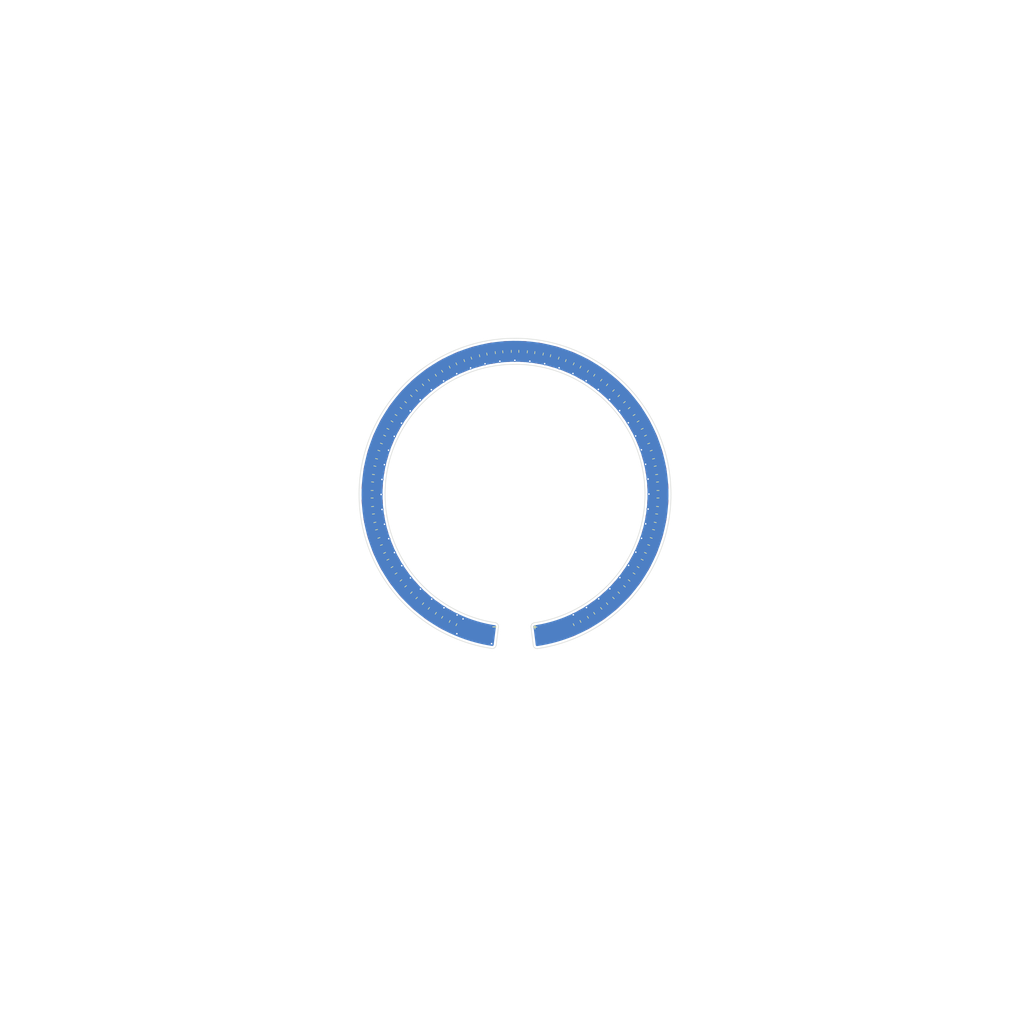
<source format=kicad_pcb>
(kicad_pcb (version 20221018) (generator pcbnew)
  (layers (0 "F.Cu" signal) (31 "B.Cu" signal) (34 "B.Paste" user) (35 "F.Paste" user) (36 "B.SilkS" user "B.Silkscreen") (37 "F.SilkS" user "F.Silkscreen") (38 "B.Mask" user) (39 "F.Mask" user) (44 "Edge.Cuts" user))
  (net 0 "")
  (net 1 "+12V")
  (net 2 "GND")
  (footprint "Resistor_SMD:R_0805_2012Metric_Pad1.20x1.40mm_HandSolder" (layer "F.Cu") (at 94.366765 69.280514 -77.14285714)
    (fp_text reference "R94" hide)
    (fp_text value "3.3k")
    (fp_line (start -0.227064 -0.735) (end 0.227064 -0.735) (stroke (width 0.12)) (layer "F.SilkS"))
    (fp_line (start -0.227064 0.735) (end 0.227064 0.735) (stroke (width 0.12)) (layer "F.SilkS"))
    (pad "1" smd roundrect (at -1 0 282.8571429) (size 1.2 1.4) (layers "F.Cu" "F.Paste" "F.Mask") (roundrect_rratio 0.208333) (net 1 "+12V"))
    (pad "2" smd roundrect (at 1 0 282.8571429) (size 1.2 1.4) (layers "F.Cu" "F.Paste" "F.Mask") (roundrect_rratio 0.208333) (net 2 "GND"))
  )
  (footprint "Resistor_SMD:R_0805_2012Metric_Pad1.20x1.40mm_HandSolder" (layer "F.Cu") (at 80.827437 116.276563 45)
    (fp_text reference "R57" hide)
    (fp_text value "3.3k")
    (fp_line (start -0.227064 -0.735) (end 0.227064 -0.735) (stroke (width 0.12)) (layer "F.SilkS"))
    (fp_line (start -0.227064 0.735) (end 0.227064 0.735) (stroke (width 0.12)) (layer "F.SilkS"))
    (pad "1" smd roundrect (at -1 0 45) (size 1.2 1.4) (layers "F.Cu" "F.Paste" "F.Mask") (roundrect_rratio 0.208333) (net 1 "+12V"))
    (pad "2" smd roundrect (at 1 0 45) (size 1.2 1.4) (layers "F.Cu" "F.Paste" "F.Mask") (roundrect_rratio 0.208333) (net 2 "GND"))
  )
  (footprint "Resistor_SMD:R_0805_2012Metric_Pad1.20x1.40mm_HandSolder" (layer "F.Cu") (at 73.344514 102.737235 12.85714286)
    (fp_text reference "R52" hide)
    (fp_text value "3.3k")
    (fp_line (start -0.227064 -0.735) (end 0.227064 -0.735) (stroke (width 0.12)) (layer "F.SilkS"))
    (fp_line (start -0.227064 0.735) (end 0.227064 0.735) (stroke (width 0.12)) (layer "F.SilkS"))
    (pad "1" smd roundrect (at -1 0 12.85714286) (size 1.2 1.4) (layers "F.Cu" "F.Paste" "F.Mask") (roundrect_rratio 0.208333) (net 1 "+12V"))
    (pad "2" smd roundrect (at 1 0 12.85714286) (size 1.2 1.4) (layers "F.Cu" "F.Paste" "F.Mask") (roundrect_rratio 0.208333) (net 2 "GND"))
  )
  (footprint "Resistor_SMD:R_0805_2012Metric_Pad1.20x1.40mm_HandSolder" (layer "F.Cu") (at 73.344514 90.302765 -12.85714286)
    (fp_text reference "R104" hide)
    (fp_text value "3.3k")
    (fp_line (start -0.227064 -0.735) (end 0.227064 -0.735) (stroke (width 0.12)) (layer "F.SilkS"))
    (fp_line (start -0.227064 0.735) (end 0.227064 0.735) (stroke (width 0.12)) (layer "F.SilkS"))
    (pad "1" smd roundrect (at -1 0 347.1428571) (size 1.2 1.4) (layers "F.Cu" "F.Paste" "F.Mask") (roundrect_rratio 0.208333) (net 1 "+12V"))
    (pad "2" smd roundrect (at 1 0 347.1428571) (size 1.2 1.4) (layers "F.Cu" "F.Paste" "F.Mask") (roundrect_rratio 0.208333) (net 2 "GND"))
  )
  (footprint "Resistor_SMD:R_0805_2012Metric_Pad1.20x1.40mm_HandSolder" (layer "F.Cu") (at 100.584 68.58 -90)
    (fp_text reference "R92" hide)
    (fp_text value "3.3k")
    (fp_line (start -0.227064 -0.735) (end 0.227064 -0.735) (stroke (width 0.12)) (layer "F.SilkS"))
    (fp_line (start -0.227064 0.735) (end 0.227064 0.735) (stroke (width 0.12)) (layer "F.SilkS"))
    (pad "1" smd roundrect (at -1 0 270) (size 1.2 1.4) (layers "F.Cu" "F.Paste" "F.Mask") (roundrect_rratio 0.208333) (net 1 "+12V"))
    (pad "2" smd roundrect (at 1 0 270) (size 1.2 1.4) (layers "F.Cu" "F.Paste" "F.Mask") (roundrect_rratio 0.208333) (net 2 "GND"))
  )
  (footprint "Resistor_SMD:R_0805_2012Metric_Pad1.20x1.40mm_HandSolder" (layer "F.Cu") (at 115.448976 120.177474 122.1428571)
    (fp_text reference "R69" hide)
    (fp_text value "3.3k")
    (fp_line (start -0.227064 -0.735) (end 0.227064 -0.735) (stroke (width 0.12)) (layer "F.SilkS"))
    (fp_line (start -0.227064 0.735) (end 0.227064 0.735) (stroke (width 0.12)) (layer "F.SilkS"))
    (pad "1" smd roundrect (at -1 0 122.1428571) (size 1.2 1.4) (layers "F.Cu" "F.Paste" "F.Mask") (roundrect_rratio 0.208333) (net 1 "+12V"))
    (pad "2" smd roundrect (at 1 0 122.1428571) (size 1.2 1.4) (layers "F.Cu" "F.Paste" "F.Mask") (roundrect_rratio 0.208333) (net 2 "GND"))
  )
  (footprint "Resistor_SMD:R_0805_2012Metric_Pad1.20x1.40mm_HandSolder" (layer "F.Cu") (at 76.926526 111.384976 32.14285714)
    (fp_text reference "R55" hide)
    (fp_text value "3.3k")
    (fp_line (start -0.227064 -0.735) (end 0.227064 -0.735) (stroke (width 0.12)) (layer "F.SilkS"))
    (fp_line (start -0.227064 0.735) (end 0.227064 0.735) (stroke (width 0.12)) (layer "F.SilkS"))
    (pad "1" smd roundrect (at -1 0 32.14285714) (size 1.2 1.4) (layers "F.Cu" "F.Paste" "F.Mask") (roundrect_rratio 0.208333) (net 1 "+12V"))
    (pad "2" smd roundrect (at 1 0 32.14285714) (size 1.2 1.4) (layers "F.Cu" "F.Paste" "F.Mask") (roundrect_rratio 0.208333) (net 2 "GND"))
  )
  (footprint "Resistor_SMD:R_0805_2012Metric_Pad1.20x1.40mm_HandSolder" (layer "F.Cu") (at 78.739628 79.099695 -38.57142857)
    (fp_text reference "R100" hide)
    (fp_text value "3.3k")
    (fp_line (start -0.227064 -0.735) (end 0.227064 -0.735) (stroke (width 0.12)) (layer "F.SilkS"))
    (fp_line (start -0.227064 0.735) (end 0.227064 0.735) (stroke (width 0.12)) (layer "F.SilkS"))
    (pad "1" smd roundrect (at -1 0 321.4285714) (size 1.2 1.4) (layers "F.Cu" "F.Paste" "F.Mask") (roundrect_rratio 0.208333) (net 1 "+12V"))
    (pad "2" smd roundrect (at 1 0 321.4285714) (size 1.2 1.4) (layers "F.Cu" "F.Paste" "F.Mask") (roundrect_rratio 0.208333) (net 2 "GND"))
  )
  (footprint "Resistor_SMD:R_0805_2012Metric_Pad1.20x1.40mm_HandSolder" (layer "F.Cu") (at 127.823486 102.737235 167.1428571)
    (fp_text reference "R76" hide)
    (fp_text value "3.3k")
    (fp_line (start -0.227064 -0.735) (end 0.227064 -0.735) (stroke (width 0.12)) (layer "F.SilkS"))
    (fp_line (start -0.227064 0.735) (end 0.227064 0.735) (stroke (width 0.12)) (layer "F.SilkS"))
    (pad "1" smd roundrect (at -1 0 167.1428571) (size 1.2 1.4) (layers "F.Cu" "F.Paste" "F.Mask") (roundrect_rratio 0.208333) (net 1 "+12V"))
    (pad "2" smd roundrect (at 1 0 167.1428571) (size 1.2 1.4) (layers "F.Cu" "F.Paste" "F.Mask") (roundrect_rratio 0.208333) (net 2 "GND"))
  )
  (footprint "Resistor_SMD:R_0805_2012Metric_Pad1.20x1.40mm_HandSolder" (layer "F.Cu") (at 72.819681 93.391713 -6.428571429)
    (fp_text reference "R105" hide)
    (fp_text value "3.3k")
    (fp_line (start -0.227064 -0.735) (end 0.227064 -0.735) (stroke (width 0.12)) (layer "F.SilkS"))
    (fp_line (start -0.227064 0.735) (end 0.227064 0.735) (stroke (width 0.12)) (layer "F.SilkS"))
    (pad "1" smd roundrect (at -1 0 353.5714286) (size 1.2 1.4) (layers "F.Cu" "F.Paste" "F.Mask") (roundrect_rratio 0.208333) (net 1 "+12V"))
    (pad "2" smd roundrect (at 1 0 353.5714286) (size 1.2 1.4) (layers "F.Cu" "F.Paste" "F.Mask") (roundrect_rratio 0.208333) (net 2 "GND"))
  )
  (footprint "Resistor_SMD:R_0805_2012Metric_Pad1.20x1.40mm_HandSolder" (layer "F.Cu") (at 76.926526 81.655024 -32.14285714)
    (fp_text reference "R101" hide)
    (fp_text value "3.3k")
    (fp_line (start -0.227064 -0.735) (end 0.227064 -0.735) (stroke (width 0.12)) (layer "F.SilkS"))
    (fp_line (start -0.227064 0.735) (end 0.227064 0.735) (stroke (width 0.12)) (layer "F.SilkS"))
    (pad "1" smd roundrect (at -1 0 327.8571429) (size 1.2 1.4) (layers "F.Cu" "F.Paste" "F.Mask") (roundrect_rratio 0.208333) (net 1 "+12V"))
    (pad "2" smd roundrect (at 1 0 327.8571429) (size 1.2 1.4) (layers "F.Cu" "F.Paste" "F.Mask") (roundrect_rratio 0.208333) (net 2 "GND"))
  )
  (footprint "Resistor_SMD:R_0805_2012Metric_Pad1.20x1.40mm_HandSolder" (layer "F.Cu") (at 72.819681 99.648287 6.428571429)
    (fp_text reference "R51" hide)
    (fp_text value "3.3k")
    (fp_line (start -0.227064 -0.735) (end 0.227064 -0.735) (stroke (width 0.12)) (layer "F.SilkS"))
    (fp_line (start -0.227064 0.735) (end 0.227064 0.735) (stroke (width 0.12)) (layer "F.SilkS"))
    (pad "1" smd roundrect (at -1 0 6.428571429) (size 1.2 1.4) (layers "F.Cu" "F.Paste" "F.Mask") (roundrect_rratio 0.208333) (net 1 "+12V"))
    (pad "2" smd roundrect (at 1 0 6.428571429) (size 1.2 1.4) (layers "F.Cu" "F.Paste" "F.Mask") (roundrect_rratio 0.208333) (net 2 "GND"))
  )
  (footprint "" (layer "F.Cu") (at 92.592597 122.807411)
    (fp_text reference "" (at 0 0) (layer "F.SilkS") (effects (font (size 1.27 1.27))))
    (fp_text value "" (at 0 0) (layer "F.SilkS") (effects (font (size 1.27 1.27))))
    (pad "1" smd custom (at 0 0 333) (size 1 1) (layers "F.Cu" "F.Paste" "F.Mask") (net 2 "GND") (options (clearance outline) (anchor rect)) (primitives (gr_arc (start 2.256009 0.015119) (mid 0.593242 0.407699) (end -1.090391 0.698037) (width 3.1))))
  )
  (footprint "Resistor_SMD:R_0805_2012Metric_Pad1.20x1.40mm_HandSolder" (layer "F.Cu") (at 127.823486 90.302765 -167.1428571)
    (fp_text reference "R80" hide)
    (fp_text value "3.3k")
    (fp_line (start -0.227064 -0.735) (end 0.227064 -0.735) (stroke (width 0.12)) (layer "F.SilkS"))
    (fp_line (start -0.227064 0.735) (end 0.227064 0.735) (stroke (width 0.12)) (layer "F.SilkS"))
    (pad "1" smd roundrect (at -1 0 192.8571429) (size 1.2 1.4) (layers "F.Cu" "F.Paste" "F.Mask") (roundrect_rratio 0.208333) (net 1 "+12V"))
    (pad "2" smd roundrect (at 1 0 192.8571429) (size 1.2 1.4) (layers "F.Cu" "F.Paste" "F.Mask") (roundrect_rratio 0.208333) (net 2 "GND"))
  )
  (footprint "Resistor_SMD:R_0805_2012Metric_Pad1.20x1.40mm_HandSolder" (layer "F.Cu") (at 75.41093 108.642712 25.71428571)
    (fp_text reference "R54" hide)
    (fp_text value "3.3k")
    (fp_line (start -0.227064 -0.735) (end 0.227064 -0.735) (stroke (width 0.12)) (layer "F.SilkS"))
    (fp_line (start -0.227064 0.735) (end 0.227064 0.735) (stroke (width 0.12)) (layer "F.SilkS"))
    (pad "1" smd roundrect (at -1 0 25.71428571) (size 1.2 1.4) (layers "F.Cu" "F.Paste" "F.Mask") (roundrect_rratio 0.208333) (net 1 "+12V"))
    (pad "2" smd roundrect (at 1 0 25.71428571) (size 1.2 1.4) (layers "F.Cu" "F.Paste" "F.Mask") (roundrect_rratio 0.208333) (net 2 "GND"))
  )
  (footprint "Resistor_SMD:R_0805_2012Metric_Pad1.20x1.40mm_HandSolder" (layer "F.Cu") (at 128.524 96.52 180)
    (fp_text reference "R78" hide)
    (fp_text value "3.3k")
    (fp_line (start -0.227064 -0.735) (end 0.227064 -0.735) (stroke (width 0.12)) (layer "F.SilkS"))
    (fp_line (start -0.227064 0.735) (end 0.227064 0.735) (stroke (width 0.12)) (layer "F.SilkS"))
    (pad "1" smd roundrect (at -1 0 180) (size 1.2 1.4) (layers "F.Cu" "F.Paste" "F.Mask") (roundrect_rratio 0.208333) (net 1 "+12V"))
    (pad "2" smd roundrect (at 1 0 180) (size 1.2 1.4) (layers "F.Cu" "F.Paste" "F.Mask") (roundrect_rratio 0.208333) (net 2 "GND"))
  )
  (footprint "Resistor_SMD:R_0805_2012Metric_Pad1.20x1.40mm_HandSolder" (layer "F.Cu") (at 128.348319 93.391713 -173.5714286)
    (fp_text reference "R79" hide)
    (fp_text value "3.3k")
    (fp_line (start -0.227064 -0.735) (end 0.227064 -0.735) (stroke (width 0.12)) (layer "F.SilkS"))
    (fp_line (start -0.227064 0.735) (end 0.227064 0.735) (stroke (width 0.12)) (layer "F.SilkS"))
    (pad "1" smd roundrect (at -1 0 186.4285714) (size 1.2 1.4) (layers "F.Cu" "F.Paste" "F.Mask") (roundrect_rratio 0.208333) (net 1 "+12V"))
    (pad "2" smd roundrect (at 1 0 186.4285714) (size 1.2 1.4) (layers "F.Cu" "F.Paste" "F.Mask") (roundrect_rratio 0.208333) (net 2 "GND"))
  )
  (footprint "Resistor_SMD:R_0805_2012Metric_Pad1.20x1.40mm_HandSolder" (layer "F.Cu") (at 83.163695 74.675628 -51.42857143)
    (fp_text reference "R98" hide)
    (fp_text value "3.3k")
    (fp_line (start -0.227064 -0.735) (end 0.227064 -0.735) (stroke (width 0.12)) (layer "F.SilkS"))
    (fp_line (start -0.227064 0.735) (end 0.227064 0.735) (stroke (width 0.12)) (layer "F.SilkS"))
    (pad "1" smd roundrect (at -1 0 308.5714286) (size 1.2 1.4) (layers "F.Cu" "F.Paste" "F.Mask") (roundrect_rratio 0.208333) (net 1 "+12V"))
    (pad "2" smd roundrect (at 1 0 308.5714286) (size 1.2 1.4) (layers "F.Cu" "F.Paste" "F.Mask") (roundrect_rratio 0.208333) (net 2 "GND"))
  )
  (footprint "Resistor_SMD:R_0805_2012Metric_Pad1.20x1.40mm_HandSolder" (layer "F.Cu") (at 125.75707 108.642712 154.2857143)
    (fp_text reference "R74" hide)
    (fp_text value "3.3k")
    (fp_line (start -0.227064 -0.735) (end 0.227064 -0.735) (stroke (width 0.12)) (layer "F.SilkS"))
    (fp_line (start -0.227064 0.735) (end 0.227064 0.735) (stroke (width 0.12)) (layer "F.SilkS"))
    (pad "1" smd roundrect (at -1 0 154.2857143) (size 1.2 1.4) (layers "F.Cu" "F.Paste" "F.Mask") (roundrect_rratio 0.208333) (net 1 "+12V"))
    (pad "2" smd roundrect (at 1 0 154.2857143) (size 1.2 1.4) (layers "F.Cu" "F.Paste" "F.Mask") (roundrect_rratio 0.208333) (net 2 "GND"))
  )
  (footprint "Resistor_SMD:R_0805_2012Metric_Pad1.20x1.40mm_HandSolder" (layer "F.Cu") (at 128.348319 99.648287 173.5714286)
    (fp_text reference "R77" hide)
    (fp_text value "3.3k")
    (fp_line (start -0.227064 -0.735) (end 0.227064 -0.735) (stroke (width 0.12)) (layer "F.SilkS"))
    (fp_line (start -0.227064 0.735) (end 0.227064 0.735) (stroke (width 0.12)) (layer "F.SilkS"))
    (pad "1" smd roundrect (at -1 0 173.5714286) (size 1.2 1.4) (layers "F.Cu" "F.Paste" "F.Mask") (roundrect_rratio 0.208333) (net 1 "+12V"))
    (pad "2" smd roundrect (at 1 0 173.5714286) (size 1.2 1.4) (layers "F.Cu" "F.Paste" "F.Mask") (roundrect_rratio 0.208333) (net 2 "GND"))
  )
  (footprint "Resistor_SMD:R_0805_2012Metric_Pad1.20x1.40mm_HandSolder" (layer "F.Cu") (at 85.719024 120.177474 57.85714286)
    (fp_text reference "R59" hide)
    (fp_text value "3.3k")
    (fp_line (start -0.227064 -0.735) (end 0.227064 -0.735) (stroke (width 0.12)) (layer "F.SilkS"))
    (fp_line (start -0.227064 0.735) (end 0.227064 0.735) (stroke (width 0.12)) (layer "F.SilkS"))
    (pad "1" smd roundrect (at -1 0 57.85714286) (size 1.2 1.4) (layers "F.Cu" "F.Paste" "F.Mask") (roundrect_rratio 0.208333) (net 1 "+12V"))
    (pad "2" smd roundrect (at 1 0 57.85714286) (size 1.2 1.4) (layers "F.Cu" "F.Paste" "F.Mask") (roundrect_rratio 0.208333) (net 2 "GND"))
  )
  (footprint "Resistor_SMD:R_0805_2012Metric_Pad1.20x1.40mm_HandSolder" (layer "F.Cu") (at 124.241474 111.384976 147.8571429)
    (fp_text reference "R73" hide)
    (fp_text value "3.3k")
    (fp_line (start -0.227064 -0.735) (end 0.227064 -0.735) (stroke (width 0.12)) (layer "F.SilkS"))
    (fp_line (start -0.227064 0.735) (end 0.227064 0.735) (stroke (width 0.12)) (layer "F.SilkS"))
    (pad "1" smd roundrect (at -1 0 147.8571429) (size 1.2 1.4) (layers "F.Cu" "F.Paste" "F.Mask") (roundrect_rratio 0.208333) (net 1 "+12V"))
    (pad "2" smd roundrect (at 1 0 147.8571429) (size 1.2 1.4) (layers "F.Cu" "F.Paste" "F.Mask") (roundrect_rratio 0.208333) (net 2 "GND"))
  )
  (footprint "Resistor_SMD:R_0805_2012Metric_Pad1.20x1.40mm_HandSolder" (layer "F.Cu") (at 112.706712 121.69307 115.7142857)
    (fp_text reference "R68" hide)
    (fp_text value "3.3k")
    (fp_line (start -0.227064 -0.735) (end 0.227064 -0.735) (stroke (width 0.12)) (layer "F.SilkS"))
    (fp_line (start -0.227064 0.735) (end 0.227064 0.735) (stroke (width 0.12)) (layer "F.SilkS"))
    (pad "1" smd roundrect (at -1 0 115.7142857) (size 1.2 1.4) (layers "F.Cu" "F.Paste" "F.Mask") (roundrect_rratio 0.208333) (net 1 "+12V"))
    (pad "2" smd roundrect (at 1 0 115.7142857) (size 1.2 1.4) (layers "F.Cu" "F.Paste" "F.Mask") (roundrect_rratio 0.208333) (net 2 "GND"))
  )
  (footprint "Resistor_SMD:R_0805_2012Metric_Pad1.20x1.40mm_HandSolder" (layer "F.Cu") (at 126.9561 105.747997 160.7142857)
    (fp_text reference "R75" hide)
    (fp_text value "3.3k")
    (fp_line (start -0.227064 -0.735) (end 0.227064 -0.735) (stroke (width 0.12)) (layer "F.SilkS"))
    (fp_line (start -0.227064 0.735) (end 0.227064 0.735) (stroke (width 0.12)) (layer "F.SilkS"))
    (pad "1" smd roundrect (at -1 0 160.7142857) (size 1.2 1.4) (layers "F.Cu" "F.Paste" "F.Mask") (roundrect_rratio 0.208333) (net 1 "+12V"))
    (pad "2" smd roundrect (at 1 0 160.7142857) (size 1.2 1.4) (layers "F.Cu" "F.Paste" "F.Mask") (roundrect_rratio 0.208333) (net 2 "GND"))
  )
  (footprint "Resistor_SMD:R_0805_2012Metric_Pad1.20x1.40mm_HandSolder" (layer "F.Cu") (at 85.719024 72.862526 -57.85714286)
    (fp_text reference "R97" hide)
    (fp_text value "3.3k")
    (fp_line (start -0.227064 -0.735) (end 0.227064 -0.735) (stroke (width 0.12)) (layer "F.SilkS"))
    (fp_line (start -0.227064 0.735) (end 0.227064 0.735) (stroke (width 0.12)) (layer "F.SilkS"))
    (pad "1" smd roundrect (at -1 0 302.1428571) (size 1.2 1.4) (layers "F.Cu" "F.Paste" "F.Mask") (roundrect_rratio 0.208333) (net 1 "+12V"))
    (pad "2" smd roundrect (at 1 0 302.1428571) (size 1.2 1.4) (layers "F.Cu" "F.Paste" "F.Mask") (roundrect_rratio 0.208333) (net 2 "GND"))
  )
  (footprint "Resistor_SMD:R_0805_2012Metric_Pad1.20x1.40mm_HandSolder" (layer "F.Cu") (at 118.004305 118.364372 128.5714286)
    (fp_text reference "R70" hide)
    (fp_text value "3.3k")
    (fp_line (start -0.227064 -0.735) (end 0.227064 -0.735) (stroke (width 0.12)) (layer "F.SilkS"))
    (fp_line (start -0.227064 0.735) (end 0.227064 0.735) (stroke (width 0.12)) (layer "F.SilkS"))
    (pad "1" smd roundrect (at -1 0 128.5714286) (size 1.2 1.4) (layers "F.Cu" "F.Paste" "F.Mask") (roundrect_rratio 0.208333) (net 1 "+12V"))
    (pad "2" smd roundrect (at 1 0 128.5714286) (size 1.2 1.4) (layers "F.Cu" "F.Paste" "F.Mask") (roundrect_rratio 0.208333) (net 2 "GND"))
  )
  (footprint "Resistor_SMD:R_0805_2012Metric_Pad1.20x1.40mm_HandSolder" (layer "F.Cu") (at 74.2119 87.292003 -19.28571429)
    (fp_text reference "R103" hide)
    (fp_text value "3.3k")
    (fp_line (start -0.227064 -0.735) (end 0.227064 -0.735) (stroke (width 0.12)) (layer "F.SilkS"))
    (fp_line (start -0.227064 0.735) (end 0.227064 0.735) (stroke (width 0.12)) (layer "F.SilkS"))
    (pad "1" smd roundrect (at -1 0 340.7142857) (size 1.2 1.4) (layers "F.Cu" "F.Paste" "F.Mask") (roundrect_rratio 0.208333) (net 1 "+12V"))
    (pad "2" smd roundrect (at 1 0 340.7142857) (size 1.2 1.4) (layers "F.Cu" "F.Paste" "F.Mask") (roundrect_rratio 0.208333) (net 2 "GND"))
  )
  (footprint "Resistor_SMD:R_0805_2012Metric_Pad1.20x1.40mm_HandSolder" (layer "F.Cu") (at 115.448976 72.862526 -122.1428571)
    (fp_text reference "R87" hide)
    (fp_text value "3.3k")
    (fp_line (start -0.227064 -0.735) (end 0.227064 -0.735) (stroke (width 0.12)) (layer "F.SilkS"))
    (fp_line (start -0.227064 0.735) (end 0.227064 0.735) (stroke (width 0.12)) (layer "F.SilkS"))
    (pad "1" smd roundrect (at -1 0 237.8571429) (size 1.2 1.4) (layers "F.Cu" "F.Paste" "F.Mask") (roundrect_rratio 0.208333) (net 1 "+12V"))
    (pad "2" smd roundrect (at 1 0 237.8571429) (size 1.2 1.4) (layers "F.Cu" "F.Paste" "F.Mask") (roundrect_rratio 0.208333) (net 2 "GND"))
  )
  (footprint "Resistor_SMD:R_0805_2012Metric_Pad1.20x1.40mm_HandSolder" (layer "F.Cu") (at 103.712287 68.755681 -96.42857143)
    (fp_text reference "R91" hide)
    (fp_text value "3.3k")
    (fp_line (start -0.227064 -0.735) (end 0.227064 -0.735) (stroke (width 0.12)) (layer "F.SilkS"))
    (fp_line (start -0.227064 0.735) (end 0.227064 0.735) (stroke (width 0.12)) (layer "F.SilkS"))
    (pad "1" smd roundrect (at -1 0 263.5714286) (size 1.2 1.4) (layers "F.Cu" "F.Paste" "F.Mask") (roundrect_rratio 0.208333) (net 1 "+12V"))
    (pad "2" smd roundrect (at 1 0 263.5714286) (size 1.2 1.4) (layers "F.Cu" "F.Paste" "F.Mask") (roundrect_rratio 0.208333) (net 2 "GND"))
  )
  (footprint "Resistor_SMD:R_0805_2012Metric_Pad1.20x1.40mm_HandSolder" (layer "F.Cu") (at 118.004305 74.675628 -128.5714286)
    (fp_text reference "R86" hide)
    (fp_text value "3.3k")
    (fp_line (start -0.227064 -0.735) (end 0.227064 -0.735) (stroke (width 0.12)) (layer "F.SilkS"))
    (fp_line (start -0.227064 0.735) (end 0.227064 0.735) (stroke (width 0.12)) (layer "F.SilkS"))
    (pad "1" smd roundrect (at -1 0 231.4285714) (size 1.2 1.4) (layers "F.Cu" "F.Paste" "F.Mask") (roundrect_rratio 0.208333) (net 1 "+12V"))
    (pad "2" smd roundrect (at 1 0 231.4285714) (size 1.2 1.4) (layers "F.Cu" "F.Paste" "F.Mask") (roundrect_rratio 0.208333) (net 2 "GND"))
  )
  (footprint "Resistor_SMD:R_0805_2012Metric_Pad1.20x1.40mm_HandSolder" (layer "F.Cu") (at 120.340563 116.276563 135)
    (fp_text reference "R71" hide)
    (fp_text value "3.3k")
    (fp_line (start -0.227064 -0.735) (end 0.227064 -0.735) (stroke (width 0.12)) (layer "F.SilkS"))
    (fp_line (start -0.227064 0.735) (end 0.227064 0.735) (stroke (width 0.12)) (layer "F.SilkS"))
    (pad "1" smd roundrect (at -1 0 135) (size 1.2 1.4) (layers "F.Cu" "F.Paste" "F.Mask") (roundrect_rratio 0.208333) (net 1 "+12V"))
    (pad "2" smd roundrect (at 1 0 135) (size 1.2 1.4) (layers "F.Cu" "F.Paste" "F.Mask") (roundrect_rratio 0.208333) (net 2 "GND"))
  )
  (footprint "Resistor_SMD:R_0805_2012Metric_Pad1.20x1.40mm_HandSolder" (layer "F.Cu") (at 91.356003 70.1479 -70.71428571)
    (fp_text reference "R95" hide)
    (fp_text value "3.3k")
    (fp_line (start -0.227064 -0.735) (end 0.227064 -0.735) (stroke (width 0.12)) (layer "F.SilkS"))
    (fp_line (start -0.227064 0.735) (end 0.227064 0.735) (stroke (width 0.12)) (layer "F.SilkS"))
    (pad "1" smd roundrect (at -1 0 289.2857143) (size 1.2 1.4) (layers "F.Cu" "F.Paste" "F.Mask") (roundrect_rratio 0.208333) (net 1 "+12V"))
    (pad "2" smd roundrect (at 1 0 289.2857143) (size 1.2 1.4) (layers "F.Cu" "F.Paste" "F.Mask") (roundrect_rratio 0.208333) (net 2 "GND"))
  )
  (footprint "Resistor_SMD:R_0805_2012Metric_Pad1.20x1.40mm_HandSolder" (layer "F.Cu") (at 125.75707 84.397288 -154.2857143)
    (fp_text reference "R82" hide)
    (fp_text value "3.3k")
    (fp_line (start -0.227064 -0.735) (end 0.227064 -0.735) (stroke (width 0.12)) (layer "F.SilkS"))
    (fp_line (start -0.227064 0.735) (end 0.227064 0.735) (stroke (width 0.12)) (layer "F.SilkS"))
    (pad "1" smd roundrect (at -1 0 205.7142857) (size 1.2 1.4) (layers "F.Cu" "F.Paste" "F.Mask") (roundrect_rratio 0.208333) (net 1 "+12V"))
    (pad "2" smd roundrect (at 1 0 205.7142857) (size 1.2 1.4) (layers "F.Cu" "F.Paste" "F.Mask") (roundrect_rratio 0.208333) (net 2 "GND"))
  )
  (footprint "Resistor_SMD:R_0805_2012Metric_Pad1.20x1.40mm_HandSolder" (layer "F.Cu") (at 126.9561 87.292003 -160.7142857)
    (fp_text reference "R81" hide)
    (fp_text value "3.3k")
    (fp_line (start -0.227064 -0.735) (end 0.227064 -0.735) (stroke (width 0.12)) (layer "F.SilkS"))
    (fp_line (start -0.227064 0.735) (end 0.227064 0.735) (stroke (width 0.12)) (layer "F.SilkS"))
    (pad "1" smd roundrect (at -1 0 199.2857143) (size 1.2 1.4) (layers "F.Cu" "F.Paste" "F.Mask") (roundrect_rratio 0.208333) (net 1 "+12V"))
    (pad "2" smd roundrect (at 1 0 199.2857143) (size 1.2 1.4) (layers "F.Cu" "F.Paste" "F.Mask") (roundrect_rratio 0.208333) (net 2 "GND"))
  )
  (footprint "Resistor_SMD:R_0805_2012Metric_Pad1.20x1.40mm_HandSolder" (layer "F.Cu") (at 120.340563 76.763437 -135)
    (fp_text reference "R85" hide)
    (fp_text value "3.3k")
    (fp_line (start -0.227064 -0.735) (end 0.227064 -0.735) (stroke (width 0.12)) (layer "F.SilkS"))
    (fp_line (start -0.227064 0.735) (end 0.227064 0.735) (stroke (width 0.12)) (layer "F.SilkS"))
    (pad "1" smd roundrect (at -1 0 225) (size 1.2 1.4) (layers "F.Cu" "F.Paste" "F.Mask") (roundrect_rratio 0.208333) (net 1 "+12V"))
    (pad "2" smd roundrect (at 1 0 225) (size 1.2 1.4) (layers "F.Cu" "F.Paste" "F.Mask") (roundrect_rratio 0.208333) (net 2 "GND"))
  )
  (footprint "Resistor_SMD:R_0805_2012Metric_Pad1.20x1.40mm_HandSolder" (layer "F.Cu") (at 88.461288 71.34693 -64.28571429)
    (fp_text reference "R96" hide)
    (fp_text value "3.3k")
    (fp_line (start -0.227064 -0.735) (end 0.227064 -0.735) (stroke (width 0.12)) (layer "F.SilkS"))
    (fp_line (start -0.227064 0.735) (end 0.227064 0.735) (stroke (width 0.12)) (layer "F.SilkS"))
    (pad "1" smd roundrect (at -1 0 295.7142857) (size 1.2 1.4) (layers "F.Cu" "F.Paste" "F.Mask") (roundrect_rratio 0.208333) (net 1 "+12V"))
    (pad "2" smd roundrect (at 1 0 295.7142857) (size 1.2 1.4) (layers "F.Cu" "F.Paste" "F.Mask") (roundrect_rratio 0.208333) (net 2 "GND"))
  )
  (footprint "Resistor_SMD:R_0805_2012Metric_Pad1.20x1.40mm_HandSolder" (layer "F.Cu") (at 124.241474 81.655024 -147.8571429)
    (fp_text reference "R83" hide)
    (fp_text value "3.3k")
    (fp_line (start -0.227064 -0.735) (end 0.227064 -0.735) (stroke (width 0.12)) (layer "F.SilkS"))
    (fp_line (start -0.227064 0.735) (end 0.227064 0.735) (stroke (width 0.12)) (layer "F.SilkS"))
    (pad "1" smd roundrect (at -1 0 212.1428571) (size 1.2 1.4) (layers "F.Cu" "F.Paste" "F.Mask") (roundrect_rratio 0.208333) (net 1 "+12V"))
    (pad "2" smd roundrect (at 1 0 212.1428571) (size 1.2 1.4) (layers "F.Cu" "F.Paste" "F.Mask") (roundrect_rratio 0.208333) (net 2 "GND"))
  )
  (footprint "Resistor_SMD:R_0805_2012Metric_Pad1.20x1.40mm_HandSolder" (layer "F.Cu") (at 109.811997 70.1479 -109.2857143)
    (fp_text reference "R89" hide)
    (fp_text value "3.3k")
    (fp_line (start -0.227064 -0.735) (end 0.227064 -0.735) (stroke (width 0.12)) (layer "F.SilkS"))
    (fp_line (start -0.227064 0.735) (end 0.227064 0.735) (stroke (width 0.12)) (layer "F.SilkS"))
    (pad "1" smd roundrect (at -1 0 250.7142857) (size 1.2 1.4) (layers "F.Cu" "F.Paste" "F.Mask") (roundrect_rratio 0.208333) (net 1 "+12V"))
    (pad "2" smd roundrect (at 1 0 250.7142857) (size 1.2 1.4) (layers "F.Cu" "F.Paste" "F.Mask") (roundrect_rratio 0.208333) (net 2 "GND"))
  )
  (footprint "Resistor_SMD:R_0805_2012Metric_Pad1.20x1.40mm_HandSolder" (layer "F.Cu") (at 122.428372 79.099695 -141.4285714)
    (fp_text reference "R84" hide)
    (fp_text value "3.3k")
    (fp_line (start -0.227064 -0.735) (end 0.227064 -0.735) (stroke (width 0.12)) (layer "F.SilkS"))
    (fp_line (start -0.227064 0.735) (end 0.227064 0.735) (stroke (width 0.12)) (layer "F.SilkS"))
    (pad "1" smd roundrect (at -1 0 218.5714286) (size 1.2 1.4) (layers "F.Cu" "F.Paste" "F.Mask") (roundrect_rratio 0.208333) (net 1 "+12V"))
    (pad "2" smd roundrect (at 1 0 218.5714286) (size 1.2 1.4) (layers "F.Cu" "F.Paste" "F.Mask") (roundrect_rratio 0.208333) (net 2 "GND"))
  )
  (footprint "Resistor_SMD:R_0805_2012Metric_Pad1.20x1.40mm_HandSolder" (layer "F.Cu") (at 83.163695 118.364372 51.42857143)
    (fp_text reference "R58" hide)
    (fp_text value "3.3k")
    (fp_line (start -0.227064 -0.735) (end 0.227064 -0.735) (stroke (width 0.12)) (layer "F.SilkS"))
    (fp_line (start -0.227064 0.735) (end 0.227064 0.735) (stroke (width 0.12)) (layer "F.SilkS"))
    (pad "1" smd roundrect (at -1 0 51.42857143) (size 1.2 1.4) (layers "F.Cu" "F.Paste" "F.Mask") (roundrect_rratio 0.208333) (net 1 "+12V"))
    (pad "2" smd roundrect (at 1 0 51.42857143) (size 1.2 1.4) (layers "F.Cu" "F.Paste" "F.Mask") (roundrect_rratio 0.208333) (net 2 "GND"))
  )
  (footprint "Resistor_SMD:R_0805_2012Metric_Pad1.20x1.40mm_HandSolder" (layer "F.Cu") (at 106.801235 69.280514 -102.8571429)
    (fp_text reference "R90" hide)
    (fp_text value "3.3k")
    (fp_line (start -0.227064 -0.735) (end 0.227064 -0.735) (stroke (width 0.12)) (layer "F.SilkS"))
    (fp_line (start -0.227064 0.735) (end 0.227064 0.735) (stroke (width 0.12)) (layer "F.SilkS"))
    (pad "1" smd roundrect (at -1 0 257.1428571) (size 1.2 1.4) (layers "F.Cu" "F.Paste" "F.Mask") (roundrect_rratio 0.208333) (net 1 "+12V"))
    (pad "2" smd roundrect (at 1 0 257.1428571) (size 1.2 1.4) (layers "F.Cu" "F.Paste" "F.Mask") (roundrect_rratio 0.208333) (net 2 "GND"))
  )
  (footprint "Resistor_SMD:R_0805_2012Metric_Pad1.20x1.40mm_HandSolder" (layer "F.Cu") (at 74.2119 105.747997 19.28571429)
    (fp_text reference "R53" hide)
    (fp_text value "3.3k")
    (fp_line (start -0.227064 -0.735) (end 0.227064 -0.735) (stroke (width 0.12)) (layer "F.SilkS"))
    (fp_line (start -0.227064 0.735) (end 0.227064 0.735) (stroke (width 0.12)) (layer "F.SilkS"))
    (pad "1" smd roundrect (at -1 0 19.28571429) (size 1.2 1.4) (layers "F.Cu" "F.Paste" "F.Mask") (roundrect_rratio 0.208333) (net 1 "+12V"))
    (pad "2" smd roundrect (at 1 0 19.28571429) (size 1.2 1.4) (layers "F.Cu" "F.Paste" "F.Mask") (roundrect_rratio 0.208333) (net 2 "GND"))
  )
  (footprint "Custom:Round_Pad" (layer "F.Cu") (at 107.56 124.54 5)
    (fp_text reference "REF**" hide)
    (fp_text value "Round_Pad")
    (pad "1" smd custom (at 0.12 -1.45 4) (size 1 1) (layers "F.Cu" "F.Paste" "F.Mask") (net 1 "+12V") (options (clearance outline) (anchor rect)) (primitives (gr_arc (start 2.256009 0.015119) (mid 0.593242 0.407699) (end -1.090391 0.698037) (width 3.1))))
  )
  (footprint "Resistor_SMD:R_0805_2012Metric_Pad1.20x1.40mm_HandSolder" (layer "F.Cu") (at 88.461288 121.69307 64.28571429)
    (fp_text reference "R60" hide)
    (fp_text value "3.3k")
    (fp_line (start -0.227064 -0.735) (end 0.227064 -0.735) (stroke (width 0.12)) (layer "F.SilkS"))
    (fp_line (start -0.227064 0.735) (end 0.227064 0.735) (stroke (width 0.12)) (layer "F.SilkS"))
    (pad "1" smd roundrect (at -1 0 64.28571429) (size 1.2 1.4) (layers "F.Cu" "F.Paste" "F.Mask") (roundrect_rratio 0.208333) (net 1 "+12V"))
    (pad "2" smd roundrect (at 1 0 64.28571429) (size 1.2 1.4) (layers "F.Cu" "F.Paste" "F.Mask") (roundrect_rratio 0.208333) (net 2 "GND"))
  )
  (footprint "Resistor_SMD:R_0805_2012Metric_Pad1.20x1.40mm_HandSolder" (layer "F.Cu") (at 97.455713 68.755681 -83.57142857)
    (fp_text reference "R93" hide)
    (fp_text value "3.3k")
    (fp_line (start -0.227064 -0.735) (end 0.227064 -0.735) (stroke (width 0.12)) (layer "F.SilkS"))
    (fp_line (start -0.227064 0.735) (end 0.227064 0.735) (stroke (width 0.12)) (layer "F.SilkS"))
    (pad "1" smd roundrect (at -1 0 276.4285714) (size 1.2 1.4) (layers "F.Cu" "F.Paste" "F.Mask") (roundrect_rratio 0.208333) (net 1 "+12V"))
    (pad "2" smd roundrect (at 1 0 276.4285714) (size 1.2 1.4) (layers "F.Cu" "F.Paste" "F.Mask") (roundrect_rratio 0.208333) (net 2 "GND"))
  )
  (footprint "Resistor_SMD:R_0805_2012Metric_Pad1.20x1.40mm_HandSolder" (layer "F.Cu") (at 78.739628 113.940305 38.57142857)
    (fp_text reference "R56" hide)
    (fp_text value "3.3k")
    (fp_line (start -0.227064 -0.735) (end 0.227064 -0.735) (stroke (width 0.12)) (layer "F.SilkS"))
    (fp_line (start -0.227064 0.735) (end 0.227064 0.735) (stroke (width 0.12)) (layer "F.SilkS"))
    (pad "1" smd roundrect (at -1 0 38.57142857) (size 1.2 1.4) (layers "F.Cu" "F.Paste" "F.Mask") (roundrect_rratio 0.208333) (net 1 "+12V"))
    (pad "2" smd roundrect (at 1 0 38.57142857) (size 1.2 1.4) (layers "F.Cu" "F.Paste" "F.Mask") (roundrect_rratio 0.208333) (net 2 "GND"))
  )
  (footprint "Resistor_SMD:R_0805_2012Metric_Pad1.20x1.40mm_HandSolder" (layer "F.Cu") (at 122.428372 113.940305 141.4285714)
    (fp_text reference "R72" hide)
    (fp_text value "3.3k")
    (fp_line (start -0.227064 -0.735) (end 0.227064 -0.735) (stroke (width 0.12)) (layer "F.SilkS"))
    (fp_line (start -0.227064 0.735) (end 0.227064 0.735) (stroke (width 0.12)) (layer "F.SilkS"))
    (pad "1" smd roundrect (at -1 0 141.4285714) (size 1.2 1.4) (layers "F.Cu" "F.Paste" "F.Mask") (roundrect_rratio 0.208333) (net 1 "+12V"))
    (pad "2" smd roundrect (at 1 0 141.4285714) (size 1.2 1.4) (layers "F.Cu" "F.Paste" "F.Mask") (roundrect_rratio 0.208333) (net 2 "GND"))
  )
  (footprint "Resistor_SMD:R_0805_2012Metric_Pad1.20x1.40mm_HandSolder" (layer "F.Cu") (at 75.41093 84.397288 -25.71428571)
    (fp_text reference "R102" hide)
    (fp_text value "3.3k")
    (fp_line (start -0.227064 -0.735) (end 0.227064 -0.735) (stroke (width 0.12)) (layer "F.SilkS"))
    (fp_line (start -0.227064 0.735) (end 0.227064 0.735) (stroke (width 0.12)) (layer "F.SilkS"))
    (pad "1" smd roundrect (at -1 0 334.2857143) (size 1.2 1.4) (layers "F.Cu" "F.Paste" "F.Mask") (roundrect_rratio 0.208333) (net 1 "+12V"))
    (pad "2" smd roundrect (at 1 0 334.2857143) (size 1.2 1.4) (layers "F.Cu" "F.Paste" "F.Mask") (roundrect_rratio 0.208333) (net 2 "GND"))
  )
  (footprint "Resistor_SMD:R_0805_2012Metric_Pad1.20x1.40mm_HandSolder" (layer "F.Cu") (at 72.644 96.52)
    (fp_text reference "R1" hide)
    (fp_text value "3.3k")
    (fp_line (start -0.227064 -0.735) (end 0.227064 -0.735) (stroke (width 0.12)) (layer "F.SilkS"))
    (fp_line (start -0.227064 0.735) (end 0.227064 0.735) (stroke (width 0.12)) (layer "F.SilkS"))
    (pad "1" smd roundrect (at -1 0) (size 1.2 1.4) (layers "F.Cu" "F.Paste" "F.Mask") (roundrect_rratio 0.208333) (net 1 "+12V"))
    (pad "2" smd roundrect (at 1 0) (size 1.2 1.4) (layers "F.Cu" "F.Paste" "F.Mask") (roundrect_rratio 0.208333) (net 2 "GND"))
  )
  (footprint "Resistor_SMD:R_0805_2012Metric_Pad1.20x1.40mm_HandSolder" (layer "F.Cu") (at 112.706712 71.34693 -115.7142857)
    (fp_text reference "R88" hide)
    (fp_text value "3.3k")
    (fp_line (start -0.227064 -0.735) (end 0.227064 -0.735) (stroke (width 0.12)) (layer "F.SilkS"))
    (fp_line (start -0.227064 0.735) (end 0.227064 0.735) (stroke (width 0.12)) (layer "F.SilkS"))
    (pad "1" smd roundrect (at -1 0 244.2857143) (size 1.2 1.4) (layers "F.Cu" "F.Paste" "F.Mask") (roundrect_rratio 0.208333) (net 1 "+12V"))
    (pad "2" smd roundrect (at 1 0 244.2857143) (size 1.2 1.4) (layers "F.Cu" "F.Paste" "F.Mask") (roundrect_rratio 0.208333) (net 2 "GND"))
  )
  (footprint "Resistor_SMD:R_0805_2012Metric_Pad1.20x1.40mm_HandSolder" (layer "F.Cu") (at 80.827437 76.763437 -45)
    (fp_text reference "R99" hide)
    (fp_text value "3.3k")
    (fp_line (start -0.227064 -0.735) (end 0.227064 -0.735) (stroke (width 0.12)) (layer "F.SilkS"))
    (fp_line (start -0.227064 0.735) (end 0.227064 0.735) (stroke (width 0.12)) (layer "F.SilkS"))
    (pad "1" smd roundrect (at -1 0 315) (size 1.2 1.4) (layers "F.Cu" "F.Paste" "F.Mask") (roundrect_rratio 0.208333) (net 1 "+12V"))
    (pad "2" smd roundrect (at 1 0 315) (size 1.2 1.4) (layers "F.Cu" "F.Paste" "F.Mask") (roundrect_rratio 0.208333) (net 2 "GND"))
  )
  (gr_arc (start 96.900381 126.017486) (mid 96.593568 126.539192) (end 96.00224 126.668197) (stroke (width 0.1)) (layer "Edge.Cuts"))
  (gr_arc (start 96.698199 121.623899) (mid 97.205935 121.924327) (end 97.340184 122.49881) (stroke (width 0.1)) (layer "Edge.Cuts"))
  (gr_arc (start 96.00224 126.668197) (mid 100.669551 66.026375) (end 104.980617 126.694564) (stroke (width 0.1)) (layer "Edge.Cuts"))
  (gr_line (start 97.340184 122.49881) (end 96.900381 126.017486) (stroke (width 0.1)) (layer "Edge.Cuts"))
  (gr_line (start 103.690001 122.469999) (end 104.14 126.08) (stroke (width 0.1)) (layer "Edge.Cuts"))
  (gr_arc (start 103.690001 122.469999) (mid 103.847328 121.923482) (end 104.341604 121.642191) (stroke (width 0.1)) (layer "Edge.Cuts"))
  (gr_arc (start 96.698199 121.623899) (mid 100.640794 71.117834) (end 104.341604 121.642191) (stroke (width 0.1)) (layer "Edge.Cuts"))
  (gr_arc (start 104.980617 126.694564) (mid 104.436576 126.556527) (end 104.14 126.08) (stroke (width 0.1)) (layer "Edge.Cuts"))
  (gr_text "+" (at 103.76 122.99) (layer "F.SilkS") (effects (font (size 1 1)) (justify left bottom)))
  (gr_text "-" (at 95.88 122.96) (layer "F.SilkS") (effects (font (size 1 1)) (justify left bottom)))
  (segment (start 112.649576 123.085059) (end 107.553168 123.085059) (width 1) (layer "F.Cu") (net 1))
  (segment (start 113.140596 122.594039) (end 112.649576 123.085059) (width 1) (layer "F.Cu") (net 1))
  (segment (start 91.922762 71.767604) (end 91.898218 71.81857) (width 0.2) (layer "F.Cu") (net 2))
  (segment (start 89.205833 120.147008) (end 89.259227 120.128325) (width 0.2) (layer "F.Cu") (net 2))
  (segment (start 76.956992 107.898167) (end 77.010386 107.91685) (width 0.2) (layer "F.Cu") (net 2))
  (segment (start 126.15051 102.355389) (end 126.120414 102.307491) (width 0.2) (layer "F.Cu") (net 2))
  (segment (start 83.787185 117.58254) (end 84.233604 117.022749) (width 0.2) (layer "F.Cu") (net 2))
  (segment (start 84.233603 76.017251) (end 84.227269 76.073464) (width 0.2) (layer "F.Cu") (net 2))
  (segment (start 126.848558 90.525286) (end 126.15051 90.684611) (width 0.2) (layer "F.Cu") (net 2))
  (segment (start 116.934397 117.022749) (end 116.940731 116.966536) (width 0.2) (layer "F.Cu") (net 2))
  (segment (start 75.01749 102.355389) (end 75.065388 102.385485) (width 0.2) (layer "F.Cu") (net 2))
  (segment (start 89.205833 72.892992) (end 89.18715 72.946386) (width 0.2) (layer "F.Cu") (net 2))
  (segment (start 126.012217 87.622282) (end 125.336397 87.858762) (width 0.2) (layer "F.Cu") (net 2))
  (segment (start 126.643109 93.583844) (end 126.598882 93.548574) (width 0.2) (layer "F.Cu") (net 2))
  (segment (start 119.633457 115.569457) (end 119.127169 115.063169) (width 0.2) (layer "F.Cu") (net 2))
  (segment (start 121.64654 113.316815) (end 121.086749 112.870396) (width 0.2) (layer "F.Cu") (net 2))
  (segment (start 124.211008 107.898167) (end 124.192325 107.844773) (width 0.2) (layer "F.Cu") (net 2))
  (segment (start 73.813393 93.503677) (end 74.524891 93.583844) (width 0.2) (layer "F.Cu") (net 2))
  (segment (start 97.647844 70.460891) (end 97.612574 70.505118) (width 0.2) (layer "F.Cu") (net 2))
  (segment (start 114.916944 73.70925) (end 114.536009 74.315505) (width 0.2) (layer "F.Cu") (net 2))
  (segment (start 86.251056 119.33075) (end 86.631991 118.724495) (width 0.2) (layer "F.Cu") (net 2))
  (segment (start 94.589286 70.255442) (end 94.748611 70.95349) (width 0.2) (layer "F.Cu") (net 2))
  (segment (start 123.39475 82.187056) (end 122.788495 82.567991) (width 0.2) (layer "F.Cu") (net 2))
  (segment (start 78.379505 110.472009) (end 78.434655 110.484597) (width 0.2) (layer "F.Cu") (net 2))
  (segment (start 126.848558 102.514714) (end 126.15051 102.355389) (width 0.2) (layer "F.Cu") (net 2))
  (segment (start 126.15051 90.684611) (end 126.102612 90.654515) (width 0.2) (layer "F.Cu") (net 2))
  (segment (start 109.481718 71.091783) (end 109.245238 71.767603) (width 0.2) (layer "F.Cu") (net 2))
  (segment (start 103.520156 70.460891) (end 103.475929 70.496161) (width 0.2) (layer "F.Cu") (net 2))
  (segment (start 75.831604 87.858762) (end 75.856148 87.909728) (width 0.2) (layer "F.Cu") (net 2))
  (segment (start 117.380815 75.45746) (end 116.934396 76.017251) (width 0.2) (layer "F.Cu") (net 2))
  (segment (start 84.233603 117.022749) (end 84.289816 117.016415) (width 0.2) (layer "F.Cu") (net 2))
  (segment (start 83.787185 75.45746) (end 84.233604 76.017251) (width 0.2) (layer "F.Cu") (net 2))
  (segment (start 86.631991 118.724495) (end 86.687141 118.711907) (width 0.2) (layer "F.Cu") (net 2))
  (segment (start 75.01749 90.684611) (end 75.047586 90.732509) (width 0.2) (layer "F.Cu") (net 2))
  (segment (start 106.419389 70.95349) (end 106.371491 70.983586) (width 0.2) (layer "F.Cu") (net 2))
  (segment (start 92.592597 122.807411) (end 90.675186 120.89) (width 0.2) (layer "F.Cu") (net 2))
  (segment (start 109.245238 71.767604) (end 109.194272 71.792148) (width 0.2) (layer "F.Cu") (net 2))
  (segment (start 76.311899 84.831172) (end 76.956993 85.141833) (width 0.2) (layer "F.Cu") (net 2))
  (segment (start 82.040832 77.976832) (end 82.040832 78.033401) (width 0.2) (layer "F.Cu") (net 2))
  (segment (start 106.578714 70.255442) (end 106.419389 70.95349) (width 0.2) (layer "F.Cu") (net 2))
  (segment (start 74.524891 99.456156) (end 74.569118 99.491426) (width 0.2) (layer "F.Cu") (net 2))
  (segment (start 121.086749 112.870397) (end 121.080415 112.814184) (width 0.2) (layer "F.Cu") (net 2))
  (segment (start 126.808 96.52) (end 126.768 96.48) (width 0.2) (layer "F.Cu") (net 2))
  (segment (start 92.592597 122.807411) (end 91.620008 123.78) (width 0.2) (layer "F.Cu") (net 2))
  (segment (start 74.36 96.52) (end 74.4 96.56) (width 0.2) (layer "F.Cu") (net 2))
  (segment (start 124.211008 85.141833) (end 124.157614 85.12315) (width 0.2) (layer "F.Cu") (net 2))
  (segment (start 88.895172 72.247899) (end 89.205833 72.892993) (width 0.2) (layer "F.Cu") (net 2))
  (segment (start 125.336396 105.181238) (end 125.311852 105.130272) (width 0.2) (layer "F.Cu") (net 2))
  (segment (start 123.39475 110.852944) (end 122.788495 110.472009) (width 0.2) (layer "F.Cu") (net 2))
  (segment (start 77.77325 110.852944) (end 78.379505 110.472009) (width 0.2) (layer "F.Cu") (net 2))
  (segment (start 126.012217 105.417718) (end 125.336397 105.181238) (width 0.2) (layer "F.Cu") (net 2))
  (segment (start 86.631991 74.315505) (end 86.619403 74.370655) (width 0.2) (layer "F.Cu") (net 2))
  (segment (start 100.584 69.58) (end 100.584 70.296) (width 0.2) (layer "F.Cu") (net 2))
  (segment (start 125.336396 87.858762) (end 125.28543 87.834218) (width 0.2) (layer "F.Cu") (net 2))
  (segment (start 114.536009 118.724495) (end 114.548597 118.669345) (width 0.2) (layer "F.Cu") (net 2))
  (segment (start 121.64654 79.723185) (end 121.086749 80.169604) (width 0.2) (layer "F.Cu") (net 2))
  (segment (start 112.272828 72.247899) (end 111.962167 72.892993) (width 0.2) (layer "F.Cu") (net 2))
  (segment (start 76.311899 108.208828) (end 76.956993 107.898167) (width 0.2) (layer "F.Cu") (net 2))
  (segment (start 88.895172 120.792101) (end 89.205833 120.147007) (width 0.2) (layer "F.Cu") (net 2))
  (segment (start 80.081251 80.169603) (end 80.087585 80.225816) (width 0.2) (layer "F.Cu") (net 2))
  (segment (start 81.534543 115.569457) (end 82.040831 115.063169) (width 0.2) (layer "F.Cu") (net 2))
  (segment (start 114.916944 119.33075) (end 114.536009 118.724495) (width 0.2) (layer "F.Cu") (net 2))
  (segment (start 103.600323 69.749393) (end 103.520156 70.460891) (width 0.2) (layer "F.Cu") (net 2))
  (segment (start 79.52146 79.723185) (end 80.081251 80.169604) (width 0.2) (layer "F.Cu") (net 2))
  (segment (start 127.354607 93.503677) (end 126.643109 93.583844) (width 0.2) (layer "F.Cu") (net 2))
  (segment (start 111.962167 120.147008) (end 111.98085 120.093614) (width 0.2) (layer "F.Cu") (net 2))
  (segment (start 100.584 70.296) (end 100.544 70.336) (width 0.2) (layer "F.Cu") (net 2))
  (segment (start 119.633457 77.470543) (end 119.127169 77.976831) (width 0.2) (layer "F.Cu") (net 2))
  (segment (start 112.272828 120.792101) (end 111.962167 120.147007) (width 0.2) (layer "F.Cu") (net 2))
  (segment (start 75.831604 105.181238) (end 75.88257 105.205782) (width 0.2) (layer "F.Cu") (net 2))
  (segment (start 77.77325 82.187056) (end 78.379505 82.567991) (width 0.2) (layer "F.Cu") (net 2))
  (segment (start 74.524891 93.583844) (end 74.560161 93.628071) (width 0.2) (layer "F.Cu") (net 2))
  (segment (start 91.620008 123.78) (end 89.21 123.78) (width 0.2) (layer "F.Cu") (net 2))
  (segment (start 78.379505 82.567991) (end 78.392093 82.623141) (width 0.2) (layer "F.Cu") (net 2))
  (segment (start 127.524 96.52) (end 126.808 96.52) (width 0.2) (layer "F.Cu") (net 2))
  (segment (start 80.081251 112.870397) (end 80.137464 112.876731) (width 0.2) (layer "F.Cu") (net 2))
  (segment (start 126.643109 99.456156) (end 126.607839 99.411929) (width 0.2) (layer "F.Cu") (net 2))
  (segment (start 76.956992 85.141833) (end 76.975675 85.195227) (width 0.2) (layer "F.Cu") (net 2))
  (segment (start 73.644 96.52) (end 74.36 96.52) (width 0.2) (layer "F.Cu") (net 2))
  (segment (start 90.675186 120.89) (end 90.42 120.89) (width 0.2) (layer "F.Cu") (net 2))
  (segment (start 122.788495 110.472009) (end 122.775907 110.416859) (width 0.2) (layer "F.Cu") (net 2))
  (segment (start 81.534543 77.470543) (end 82.040831 77.976831) (width 0.2) (layer "F.Cu") (net 2))
  (segment (start 124.856101 84.831172) (end 124.211007 85.141833) (width 0.2) (layer "F.Cu") (net 2))
  (segment (start 119.127168 77.976832) (end 119.070599 77.976832) (width 0.2) (layer "F.Cu") (net 2))
  (segment (start 119.127168 115.063168) (end 119.127168 115.006599) (width 0.2) (layer "F.Cu") (net 2))
  (segment (start 82.040832 115.063168) (end 82.097401 115.063168) (width 0.2) (layer "F.Cu") (net 2))
  (segment (start 121.086749 80.169603) (end 121.030536 80.163269) (width 0.2) (layer "F.Cu") (net 2))
  (segment (start 117.380815 117.58254) (end 116.934396 117.022749) (width 0.2) (layer "F.Cu") (net 2))
  (segment (start 111.962167 72.892992) (end 111.908773 72.911675) (width 0.2) (layer "F.Cu") (net 2))
  (segment (start 122.788495 82.567991) (end 122.733345 82.555403) (width 0.2) (layer "F.Cu") (net 2))
  (segment (start 73.813393 99.536323) (end 74.524891 99.456156) (width 0.2) (layer "F.Cu") (net 2))
  (segment (start 74.319442 90.525286) (end 75.01749 90.684611) (width 0.2) (layer "F.Cu") (net 2))
  (segment (start 86.251056 73.70925) (end 86.631991 74.315505) (width 0.2) (layer "F.Cu") (net 2))
  (segment (start 95.505186 125.72) (end 95.99 125.72) (width 0.2) (layer "F.Cu") (net 2))
  (segment (start 91.686282 71.091783) (end 91.922762 71.767603) (width 0.2) (layer "F.Cu") (net 2))
  (segment (start 94.748611 70.95349) (end 94.718515 71.001388) (width 0.2) (layer "F.Cu") (net 2))
  (segment (start 79.52146 113.316815) (end 80.081251 112.870396) (width 0.2) (layer "F.Cu") (net 2))
  (segment (start 75.155783 87.622282) (end 75.831603 87.858762) (width 0.2) (layer "F.Cu") (net 2))
  (segment (start 124.856101 108.208828) (end 124.211007 107.898167) (width 0.2) (layer "F.Cu") (net 2))
  (segment (start 127.354607 99.536323) (end 126.643109 99.456156) (width 0.2) (layer "F.Cu") (net 2))
  (segment (start 92.592597 122.807411) (end 95.505186 125.72) (width 0.2) (layer "F.Cu") (net 2))
  (segment (start 75.155783 105.417718) (end 75.831603 105.181238) (width 0.2) (layer "F.Cu") (net 2))
  (segment (start 74.319442 102.514714) (end 75.01749 102.355389) (width 0.2) (layer "F.Cu") (net 2))
  (segment (start 114.536009 74.315505) (end 114.480859 74.328093) (width 0.2) (layer "F.Cu") (net 2))
  (segment (start 116.934397 76.017251) (end 116.878184 76.023585) (width 0.2) (layer "F.Cu") (net 2))
  (segment (start 97.567677 69.749393) (end 97.647844 70.460891) (width 0.2) (layer "F.Cu") (net 2))
  (via (at 126.120413 102.307491) (size 0.6) (drill 0.3) (layers "F.Cu" "B.Cu") (net 2))
  (via (at 111.980851 120.093613) (size 0.6) (drill 0.3) (layers "F.Cu" "B.Cu") (net 2))
  (via (at 126.607839 99.411929) (size 0.6) (drill 0.3) (layers "F.Cu" "B.Cu") (net 2))
  (via (at 122.775908 110.416859) (size 0.6) (drill 0.3) (layers "F.Cu" "B.Cu") (net 2))
  (via (at 90.42 120.89) (size 0.6) (drill 0.3) (layers "F.Cu" "B.Cu") (net 2))
  (via (at 116.878184 76.023585) (size 0.6) (drill 0.3) (layers "F.Cu" "B.Cu") (net 2))
  (via (at 126.598882 93.548574) (size 0.6) (drill 0.3) (layers "F.Cu" "B.Cu") (net 2))
  (via (at 89.259227 120.128324) (size 0.6) (drill 0.3) (layers "F.Cu" "B.Cu") (net 2))
  (via (at 80.137464 112.87673) (size 0.6) (drill 0.3) (layers "F.Cu" "B.Cu") (net 2))
  (via (at 124.192324 107.844773) (size 0.6) (drill 0.3) (layers "F.Cu" "B.Cu") (net 2))
  (via (at 84.22727 76.073464) (size 0.6) (drill 0.3) (layers "F.Cu" "B.Cu") (net 2))
  (via (at 125.311852 105.130272) (size 0.6) (drill 0.3) (layers "F.Cu" "B.Cu") (net 2))
  (via (at 82.040832 78.0334) (size 0.6) (drill 0.3) (layers "F.Cu" "B.Cu") (net 2))
  (via (at 125.28543 87.834218) (size 0.6) (drill 0.3) (layers "F.Cu" "B.Cu") (net 2))
  (via (at 119.0706 77.976832) (size 0.6) (drill 0.3) (layers "F.Cu" "B.Cu") (net 2))
  (via (at 91.898218 71.81857) (size 0.6) (drill 0.3) (layers "F.Cu" "B.Cu") (net 2))
  (via (at 84.289816 117.016415) (size 0.6) (drill 0.3) (layers "F.Cu" "B.Cu") (net 2))
  (via (at 86.619403 74.370655) (size 0.6) (drill 0.3) (layers "F.Cu" "B.Cu") (net 2))
  (via (at 124.157613 85.123149) (size 0.6) (drill 0.3) (layers "F.Cu" "B.Cu") (net 2))
  (via (at 114.548597 118.669345) (size 0.6) (drill 0.3) (layers "F.Cu" "B.Cu") (net 2))
  (via (at 122.733345 82.555403) (size 0.6) (drill 0.3) (layers "F.Cu" "B.Cu") (net 2))
  (via (at 76.975676 85.195227) (size 0.6) (drill 0.3) (layers "F.Cu" "B.Cu") (net 2))
  (via (at 78.392092 82.623141) (size 0.6) (drill 0.3) (layers "F.Cu" "B.Cu") (net 2))
  (via (at 97.612574 70.505118) (size 0.6) (drill 0.3) (layers "F.Cu" "B.Cu") (net 2))
  (via (at 100.544 70.336) (size 0.6) (drill 0.3) (layers "F.Cu" "B.Cu") (net 2))
  (via (at 80.087585 80.225816) (size 0.6) (drill 0.3) (layers "F.Cu" "B.Cu") (net 2))
  (via (at 78.434655 110.484597) (size 0.6) (drill 0.3) (layers "F.Cu" "B.Cu") (net 2))
  (via (at 75.065388 102.385485) (size 0.6) (drill 0.3) (layers "F.Cu" "B.Cu") (net 2))
  (via (at 126.102612 90.654515) (size 0.6) (drill 0.3) (layers "F.Cu" "B.Cu") (net 2))
  (via (at 126.768 96.48) (size 0.6) (drill 0.3) (layers "F.Cu" "B.Cu") (net 2))
  (via (at 109.194272 71.792148) (size 0.6) (drill 0.3) (layers "F.Cu" "B.Cu") (net 2))
  (via (at 75.856148 87.909728) (size 0.6) (drill 0.3) (layers "F.Cu" "B.Cu") (net 2))
  (via (at 119.127168 115.0066) (size 0.6) (drill 0.3) (layers "F.Cu" "B.Cu") (net 2))
  (via (at 74.569118 99.491426) (size 0.6) (drill 0.3) (layers "F.Cu" "B.Cu") (net 2))
  (via (at 103.475929 70.496161) (size 0.6) (drill 0.3) (layers "F.Cu" "B.Cu") (net 2))
  (via (at 121.080415 112.814184) (size 0.6) (drill 0.3) (layers "F.Cu" "B.Cu") (net 2))
  (via (at 94.718515 71.001388) (size 0.6) (drill 0.3) (layers "F.Cu" "B.Cu") (net 2))
  (via (at 111.908773 72.911676) (size 0.6) (drill 0.3) (layers "F.Cu" "B.Cu") (net 2))
  (via (at 121.030536 80.16327) (size 0.6) (drill 0.3) (layers "F.Cu" "B.Cu") (net 2))
  (via (at 114.480859 74.328092) (size 0.6) (drill 0.3) (layers "F.Cu" "B.Cu") (net 2))
  (via (at 116.94073 116.966536) (size 0.6) (drill 0.3) (layers "F.Cu" "B.Cu") (net 2))
  (via (at 89.21 123.78) (size 0.6) (drill 0.3) (layers "F.Cu" "B.Cu") (net 2))
  (via (at 106.371491 70.983587) (size 0.6) (drill 0.3) (layers "F.Cu" "B.Cu") (net 2))
  (via (at 82.0974 115.063168) (size 0.6) (drill 0.3) (layers "F.Cu" "B.Cu") (net 2))
  (via (at 75.047587 90.732509) (size 0.6) (drill 0.3) (layers "F.Cu" "B.Cu") (net 2))
  (via (at 74.560161 93.628071) (size 0.6) (drill 0.3) (layers "F.Cu" "B.Cu") (net 2))
  (via (at 77.010387 107.916851) (size 0.6) (drill 0.3) (layers "F.Cu" "B.Cu") (net 2))
  (via (at 89.187149 72.946387) (size 0.6) (drill 0.3) (layers "F.Cu" "B.Cu") (net 2))
  (via (at 74.4 96.56) (size 0.6) (drill 0.3) (layers "F.Cu" "B.Cu") (net 2))
  (via (at 95.99 125.72) (size 0.6) (drill 0.3) (layers "F.Cu" "B.Cu") (net 2))
  (via (at 75.88257 105.205782) (size 0.6) (drill 0.3) (layers "F.Cu" "B.Cu") (net 2))
  (via (at 86.687141 118.711908) (size 0.6) (drill 0.3) (layers "F.Cu" "B.Cu") (net 2))
  (zone (net 1) (net_name "+12V") (layer "F.Cu") (connect_pads (clearance 0.5)) (min_thickness 0.25) (fill yes (thermal_gap 0.5) (thermal_bridge_width 0.5))
    (polygon (pts (xy 68.03 66.65) (xy 144.69 61.08) (xy 151.45 117.46) (xy 115.06 138.24) (xy 76.28 136.65) (xy 52.02 100.76)))
  )
  (zone (net 2) (net_name "GND") (layer "B.Cu") (connect_pads (clearance 0.5)) (min_thickness 0.25) (fill yes (thermal_gap 0.5) (thermal_bridge_width 0.5))
    (polygon (pts (xy 67.866662 66.612934) (xy 144.526662 61.042934) (xy 151.286662 117.422934) (xy 114.896662 138.202934) (xy 76.116662 136.612934) (xy 51.856662 100.722934)))
  )
)
</source>
